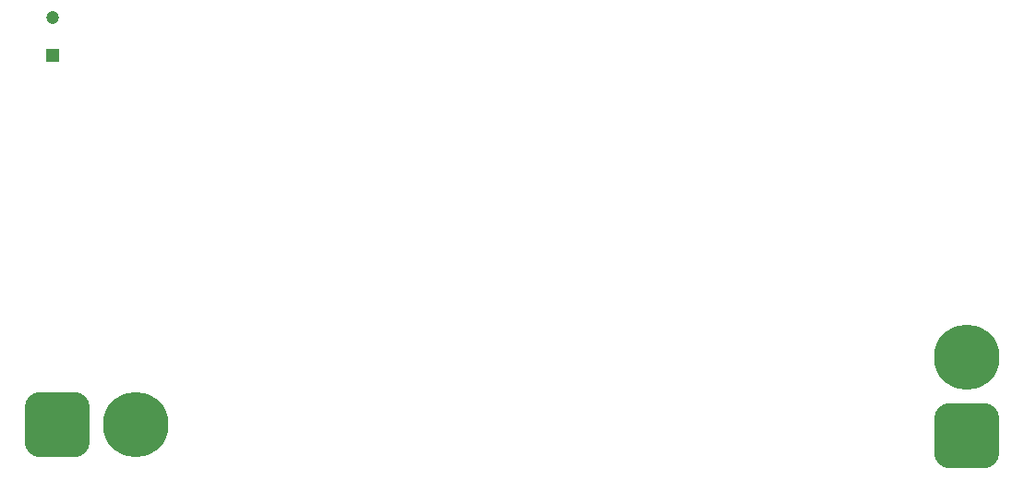
<source format=gbs>
%TF.GenerationSoftware,KiCad,Pcbnew,7.0.2*%
%TF.CreationDate,2023-06-26T22:08:20-07:00*%
%TF.ProjectId,19V 10A Standalone,31395620-3130-4412-9053-74616e64616c,rev?*%
%TF.SameCoordinates,Original*%
%TF.FileFunction,Soldermask,Bot*%
%TF.FilePolarity,Negative*%
%FSLAX46Y46*%
G04 Gerber Fmt 4.6, Leading zero omitted, Abs format (unit mm)*
G04 Created by KiCad (PCBNEW 7.0.2) date 2023-06-26 22:08:20*
%MOMM*%
%LPD*%
G01*
G04 APERTURE LIST*
G04 Aperture macros list*
%AMRoundRect*
0 Rectangle with rounded corners*
0 $1 Rounding radius*
0 $2 $3 $4 $5 $6 $7 $8 $9 X,Y pos of 4 corners*
0 Add a 4 corners polygon primitive as box body*
4,1,4,$2,$3,$4,$5,$6,$7,$8,$9,$2,$3,0*
0 Add four circle primitives for the rounded corners*
1,1,$1+$1,$2,$3*
1,1,$1+$1,$4,$5*
1,1,$1+$1,$6,$7*
1,1,$1+$1,$8,$9*
0 Add four rect primitives between the rounded corners*
20,1,$1+$1,$2,$3,$4,$5,0*
20,1,$1+$1,$4,$5,$6,$7,0*
20,1,$1+$1,$6,$7,$8,$9,0*
20,1,$1+$1,$8,$9,$2,$3,0*%
G04 Aperture macros list end*
%ADD10R,1.200000X1.200000*%
%ADD11C,1.200000*%
%ADD12RoundRect,1.500000X1.500000X-1.500000X1.500000X1.500000X-1.500000X1.500000X-1.500000X-1.500000X0*%
%ADD13C,6.000000*%
%ADD14RoundRect,1.500000X-1.500000X-1.500000X1.500000X-1.500000X1.500000X1.500000X-1.500000X1.500000X0*%
G04 APERTURE END LIST*
D10*
X96520000Y-67790000D03*
D11*
X96520000Y-64290000D03*
D12*
X180340000Y-102660000D03*
D13*
X180340000Y-95460000D03*
D14*
X96940000Y-101600000D03*
D13*
X104140000Y-101600000D03*
M02*

</source>
